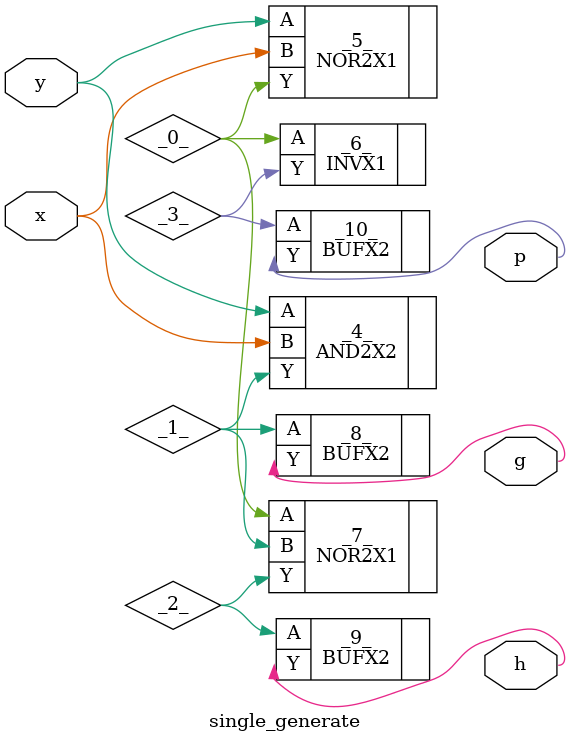
<source format=v>
/* Verilog module written by vlog2Verilog (qflow) */
/* With bit-blasted vectors */
/* With power connections converted to binary 1, 0 */

module single_generate(
    output g,
    output h,
    output p,
    input x,
    input y
);

wire g ;
wire h ;
wire p ;
wire x ;
wire y ;
wire _1_ ;
wire _3_ ;
wire _0_ ;
wire _2_ ;

BUFX2 _10_ (
    .A(_3_),
    .Y(p)
);

AND2X2 _4_ (
    .A(y),
    .B(x),
    .Y(_1_)
);

NOR2X1 _5_ (
    .A(y),
    .B(x),
    .Y(_0_)
);

INVX1 _6_ (
    .A(_0_),
    .Y(_3_)
);

NOR2X1 _7_ (
    .A(_0_),
    .B(_1_),
    .Y(_2_)
);

BUFX2 _8_ (
    .A(_1_),
    .Y(g)
);

BUFX2 _9_ (
    .A(_2_),
    .Y(h)
);

endmodule

</source>
